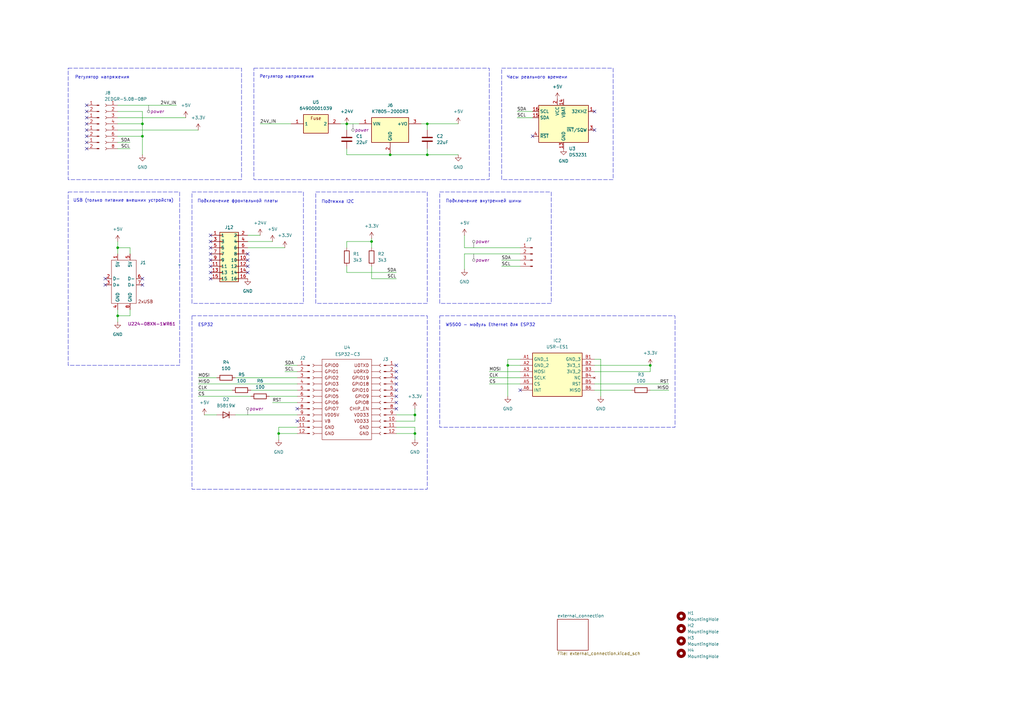
<source format=kicad_sch>
(kicad_sch (version 20231120) (generator "eeschema") (generator_version "8.0")
  (paper "A3")
  (lib_symbols
    (symbol "Mechanical:MountingHole" (pin_names (offset 1.016)) (exclude_from_sim yes) (in_bom no)
      (property "Reference" "H" (at 0 5.08 0))
      (property "Value" "MountingHole" (at 0 3.175 0))
    )
    (symbol "NextPCB:DS3231"
      (property "Reference" "U" (at -7.62 8.89 0))
      (property "Value" "DS3231" (at 10.16 8.89 0))
      (symbol "DS3231_1_1"
        (pin open_collector line (at 12.7 5.08 180) (length 2.54) (name "32KHZ") (number "1"))
        (pin passive line (at 0 -10.16 90) (length 2.54) hide (name "GND") (number "10"))
        (pin passive line (at 0 -10.16 90) (length 2.54) hide (name "GND") (number "11"))
        (pin passive line (at 0 -10.16 90) (length 2.54) hide (name "GND") (number "12"))
        (pin power_in line (at 0 -10.16 90) (length 2.54) (name "GND") (number "13"))
        (pin power_in line (at 0 10.16 270) (length 2.54) (name "VBAT") (number "14"))
        (pin bidirectional line (at -12.7 2.54 0) (length 2.54) (name "SDA") (number "15"))
        (pin input line (at -12.7 5.08 0) (length 2.54) (name "SCL") (number "16"))
        (pin power_in line (at -2.54 10.16 270) (length 2.54) (name "VCC") (number "2"))
        (pin open_collector line (at 12.7 -2.54 180) (length 2.54) (name "~{INT}/SQW") (number "3"))
        (pin bidirectional line (at -12.7 -5.08 0) (length 2.54) (name "~{RST}") (number "4"))
        (pin passive line (at 0 -10.16 90) (length 2.54) hide (name "GND") (number "5"))
        (pin passive line (at 0 -10.16 90) (length 2.54) hide (name "GND") (number "6"))
        (pin passive line (at 0 -10.16 90) (length 2.54) hide (name "GND") (number "7"))
        (pin passive line (at 0 -10.16 90) (length 2.54) hide (name "GND") (number "8"))
        (pin passive line (at 0 -10.16 90) (length 2.54) hide (name "GND") (number "9"))
      )
    )
    (symbol "NextPCB:Weact_Esp32-C3"
      (property "Reference" "U" (at 0 0 0))
      (property "Value" "ESP32-C3" (at 0 0 0))
      (symbol "Weact_Esp32-C3_1_1"
        (text "CHIP_EN" (at 9.144 -22.86 0) (effects (font (size 1.27 1.27)) (justify right)))
        (text "GND" (at -9.144 -33.02 0) (effects (font (size 1.27 1.27)) (justify left)))
        (text "GND" (at -9.144 -30.48 0) (effects (font (size 1.27 1.27)) (justify left)))
        (text "GND" (at 9.144 -33.02 0) (effects (font (size 1.27 1.27)) (justify right)))
        (text "GND" (at 9.144 -30.48 0) (effects (font (size 1.27 1.27)) (justify right)))
        (text "GPIO0" (at -9.144 -5.08 0) (effects (font (size 1.27 1.27)) (justify left)))
        (text "GPIO1" (at -9.144 -7.62 0) (effects (font (size 1.27 1.27)) (justify left)))
        (text "GPIO10" (at 9.144 -15.24 0) (effects (font (size 1.27 1.27)) (justify right)))
        (text "GPIO18" (at 9.144 -12.7 0) (effects (font (size 1.27 1.27)) (justify right)))
        (text "GPIO19" (at 9.144 -10.16 0) (effects (font (size 1.27 1.27)) (justify right)))
        (text "GPIO2" (at -9.144 -10.16 0) (effects (font (size 1.27 1.27)) (justify left)))
        (text "GPIO3" (at -9.144 -12.7 0) (effects (font (size 1.27 1.27)) (justify left)))
        (text "GPIO4" (at -9.144 -15.24 0) (effects (font (size 1.27 1.27)) (justify left)))
        (text "GPIO5" (at -9.144 -17.78 0) (effects (font (size 1.27 1.27)) (justify left)))
        (text "GPIO6" (at -9.144 -20.32 0) (effects (font (size 1.27 1.27)) (justify left)))
        (text "GPIO7" (at -9.144 -22.86 0) (effects (font (size 1.27 1.27)) (justify left)))
        (text "GPIO8" (at 9.144 -20.32 0) (effects (font (size 1.27 1.27)) (justify right)))
        (text "GPIO9" (at 9.144 -17.78 0) (effects (font (size 1.27 1.27)) (justify right)))
        (text "U0RXD" (at 9.144 -7.62 0) (effects (font (size 1.27 1.27)) (justify right)))
        (text "U0TXD" (at 9.144 -5.08 0) (effects (font (size 1.27 1.27)) (justify right)))
        (text "VB" (at -9.144 -27.94 0) (effects (font (size 1.27 1.27)) (justify left)))
        (text "VDD33" (at 9.144 -27.94 0) (effects (font (size 1.27 1.27)) (justify right)))
        (text "VDD33" (at 9.144 -25.4 0) (effects (font (size 1.27 1.27)) (justify right)))
        (text "VDD5V" (at -9.144 -25.4 0) (effects (font (size 1.27 1.27)) (justify left)))
      )
    )
    (symbol "kicad_inventree_lib:B5819W" (pin_numbers hide) (pin_names (offset 1.016) hide)
      (property "Reference" "D" (at 0 2.54 0))
      (property "Value" "B5819W" (at 0 -2.54 0))
      (property "part_ipn" "B5819W" (at 0 0 0))
      (symbol "B5819W_1_1"
        (pin passive line (at -3.81 0 0) (length 2.54) (name "K") (number "1"))
        (pin passive line (at 3.81 0 180) (length 2.54) (name "A") (number "2"))
      )
    )
    (symbol "kicad_inventree_lib:C_22uF_50V_2220" (pin_numbers hide) (pin_names (offset 0.254))
      (property "Reference" "C" (at 0.635 2.54 0))
      (property "Value" "22uF" (at 0.635 -2.54 0))
      (symbol "C_22uF_50V_2220_1_1"
        (pin passive line (at 0 3.81 270) (length 2.794) (name "~") (number "1"))
        (pin passive line (at 0 -3.81 90) (length 2.794) (name "~") (number "2"))
      )
    )
    (symbol "kicad_inventree_lib:Degson_2EDGK-5.08-02P" (pin_names (offset 1.016) hide) (on_board no)
      (property "Reference" "J" (at 0 2.54 0))
      (property "Value" "2EDGK-5.08-02P" (at 0 -5.08 0))
      (symbol "Degson_2EDGK-5.08-02P_1_1"
        (pin passive line (at 0 0 180) (length 3.81) (name "Pin_1") (number "1"))
        (pin passive line (at 0 -2.54 180) (length 3.81) (name "Pin_2") (number "2"))
      )
    )
    (symbol "kicad_inventree_lib:Degson_2EDGR-5.08-08P" (pin_names (offset 1.016) hide)
      (property "Reference" "J" (at 0 5.588 0))
      (property "Value" "2EDGR-5.08-08P" (at 0.254 3.048 0))
      (symbol "Degson_2EDGR-5.08-08P_1_1"
        (pin passive line (at -2.54 0 0) (length 3.81) (name "Pin_1") (number "1"))
        (pin passive line (at -2.54 -2.54 0) (length 3.81) (name "Pin_2") (number "2"))
        (pin passive line (at -2.54 -5.08 0) (length 3.81) (name "Pin_3") (number "3"))
        (pin passive line (at -2.54 -7.62 0) (length 3.81) (name "Pin_4") (number "4"))
        (pin passive line (at -2.54 -10.16 0) (length 3.81) (name "Pin_5") (number "5"))
        (pin passive line (at -2.54 -12.7 0) (length 3.81) (name "Pin_6") (number "6"))
        (pin passive line (at -2.54 -15.24 0) (length 3.81) (name "Pin_7") (number "7"))
        (pin passive line (at -2.54 -17.78 0) (length 3.81) (name "Pin_8") (number "8"))
      )
    )
    (symbol "kicad_inventree_lib:Fuseholder"
      (property "Reference" "U" (at -0.762 5.588 0))
      (property "Value" "64900001039" (at -6.35 3.302 0))
      (symbol "Fuseholder_1_1"
        (text "Fuse" (at 0 -1.524 0) (effects (font (size 1.27 1.27))))
        (pin passive line (at -10.16 -3.81 0) (length 5.08) (name "1") (number "1"))
        (pin passive line (at 10.16 -3.81 180) (length 5.08) (name "2") (number "2"))
      )
    )
    (symbol "kicad_inventree_lib:K7805-2000R3"
      (property "Reference" "J" (at -0.762 6.35 0))
      (property "Value" "K7805-2000R3" (at -7.112 3.556 0))
      (symbol "K7805-2000R3_1_1"
        (pin passive line (at -12.7 -2.54 0) (length 5.08) (name "VIN") (number "1"))
        (pin passive line (at 0 -15.24 90) (length 5.08) (name "GND") (number "2"))
        (pin passive line (at 12.7 -2.54 180) (length 5.08) (name "+VO") (number "3"))
      )
    )
    (symbol "kicad_inventree_lib:PM-front-02x08"
      (property "Reference" "J" (at 0 0 0))
      (symbol "PM-front-02x08_1_1"
        (pin passive line (at -7.62 -5.08 0) (length 3.81) (name "1") (number "1"))
        (pin passive line (at 7.62 -15.24 180) (length 3.81) (name "10") (number "10"))
        (pin passive line (at -7.62 -17.78 0) (length 3.81) (name "11") (number "11"))
        (pin passive line (at 7.62 -17.78 180) (length 3.81) (name "12") (number "12"))
        (pin passive line (at -7.62 -20.32 0) (length 3.81) (name "13") (number "13"))
        (pin passive line (at 7.62 -20.32 180) (length 3.81) (name "14") (number "14"))
        (pin passive line (at -7.62 -22.86 0) (length 3.81) (name "15") (number "15"))
        (pin passive line (at 7.62 -22.86 180) (length 3.81) (name "16") (number "16"))
        (pin passive line (at 7.62 -5.08 180) (length 3.81) (name "2") (number "2"))
        (pin passive line (at -7.62 -7.62 0) (length 3.81) (name "3") (number "3"))
        (pin passive line (at 7.62 -7.62 180) (length 3.81) (name "4") (number "4"))
        (pin passive line (at -7.62 -10.16 0) (length 3.81) (name "5") (number "5"))
        (pin passive line (at 7.62 -10.16 180) (length 3.81) (name "6") (number "6"))
        (pin passive line (at -7.62 -12.7 0) (length 3.81) (name "7") (number "7"))
        (pin passive line (at 7.62 -12.7 180) (length 3.81) (name "8") (number "8"))
        (pin passive line (at -7.62 -15.24 0) (length 3.81) (name "9") (number "9"))
      )
    )
    (symbol "kicad_inventree_lib:PinHeader P2.54 01x04 THT Angle" (pin_names (offset 1.016) hide)
      (property "Reference" "J" (at 0 5.08 0))
      (property "Value" "Conn_01x04_Pin" (at 0 -7.62 0))
      (symbol "PinHeader P2.54 01x04 THT Angle_1_1"
        (pin passive line (at 5.08 2.54 180) (length 3.81) (name "Pin_1") (number "1"))
        (pin passive line (at 5.08 0 180) (length 3.81) (name "Pin_2") (number "2"))
        (pin passive line (at 5.08 -2.54 180) (length 3.81) (name "Pin_3") (number "3"))
        (pin passive line (at 5.08 -5.08 180) (length 3.81) (name "Pin_4") (number "4"))
      )
    )
    (symbol "kicad_inventree_lib:PinHeader P2.54 01x12 THT Straight" (pin_names (offset 1.016) hide)
      (property "Reference" "J" (at 0 15.24 0))
      (property "Value" "PinHeader P2.54 01x12 THT Straight" (at 0 -17.78 0))
      (symbol "PinHeader P2.54 01x12 THT Straight_1_1"
        (pin passive line (at 5.08 12.7 180) (length 3.81) (name "Pin_1") (number "1"))
        (pin passive line (at 5.08 -10.16 180) (length 3.81) (name "Pin_10") (number "10"))
        (pin passive line (at 5.08 -12.7 180) (length 3.81) (name "Pin_11") (number "11"))
        (pin passive line (at 5.08 -15.24 180) (length 3.81) (name "Pin_12") (number "12"))
        (pin passive line (at 5.08 10.16 180) (length 3.81) (name "Pin_2") (number "2"))
        (pin passive line (at 5.08 7.62 180) (length 3.81) (name "Pin_3") (number "3"))
        (pin passive line (at 5.08 5.08 180) (length 3.81) (name "Pin_4") (number "4"))
        (pin passive line (at 5.08 2.54 180) (length 3.81) (name "Pin_5") (number "5"))
        (pin passive line (at 5.08 0 180) (length 3.81) (name "Pin_6") (number "6"))
        (pin passive line (at 5.08 -2.54 180) (length 3.81) (name "Pin_7") (number "7"))
        (pin passive line (at 5.08 -5.08 180) (length 3.81) (name "Pin_8") (number "8"))
        (pin passive line (at 5.08 -7.62 180) (length 3.81) (name "Pin_9") (number "9"))
      )
    )
    (symbol "kicad_inventree_lib:R_100_1206_1%" (pin_numbers hide) (pin_names (offset 0))
      (property "Reference" "R" (at 2.032 0 90))
      (property "Value" "100" (at 0 0 90))
      (symbol "R_100_1206_1%_1_1"
        (pin passive line (at 0 3.81 270) (length 1.27) (name "~") (number "1"))
        (pin passive line (at 0 -3.81 90) (length 1.27) (name "~") (number "2"))
      )
    )
    (symbol "kicad_inventree_lib:R_3k3_1206_1%" (pin_numbers hide) (pin_names (offset 0))
      (property "Reference" "R" (at 2.032 0 90))
      (property "Value" "3k3" (at 0 0 90))
      (symbol "R_3k3_1206_1%_1_1"
        (pin passive line (at 0 3.81 270) (length 1.27) (name "~") (number "1"))
        (pin passive line (at 0 -3.81 90) (length 1.27) (name "~") (number "2"))
      )
    )
    (symbol "kicad_inventree_lib:USR-ES1"
      (property "Reference" "IC" (at 26.67 7.62 0))
      (property "Value" "USR-ES1" (at 26.67 5.08 0))
      (property "part_ipn" "USR-ES1" (at 0 0 0))
      (symbol "USR-ES1_1_1"
        (pin passive line (at 0 0 0) (length 5.08) (name "GND_1") (number "A1"))
        (pin passive line (at 0 -2.54 0) (length 5.08) (name "GND_2") (number "A2"))
        (pin passive line (at 0 -5.08 0) (length 5.08) (name "MOSI") (number "A3"))
        (pin passive line (at 0 -7.62 0) (length 5.08) (name "SCLK") (number "A4"))
        (pin passive line (at 0 -10.16 0) (length 5.08) (name "CS") (number "A5"))
        (pin passive line (at 0 -12.7 0) (length 5.08) (name "INT") (number "A6"))
        (pin passive line (at 30.48 0 180) (length 5.08) (name "GND_3") (number "B1"))
        (pin passive line (at 30.48 -2.54 180) (length 5.08) (name "3V3_1") (number "B2"))
        (pin passive line (at 30.48 -5.08 180) (length 5.08) (name "3V3_2") (number "B3"))
        (pin no_connect line (at 30.48 -7.62 180) (length 5.08) (name "NC") (number "B4"))
        (pin passive line (at 30.48 -10.16 180) (length 5.08) (name "RST") (number "B5"))
        (pin passive line (at 30.48 -12.7 180) (length 5.08) (name "MISO") (number "B6"))
      )
    )
    (symbol "kicad_inventree_lib:XKB_U224-08XN-1WR61"
      (property "Reference" "J" (at 6.858 -8.382 0))
      (property "part_ipn" "U224-08XN-1WR61" (at 0 0 0))
      (symbol "XKB_U224-08XN-1WR61_1_1"
        (text "2xUSB" (at 8.89 -24.638 0) (effects (font (size 1.27 1.27))))
        (pin input line (at -2.54 -5.08 270) (length 2.54) (name "5V") (number "1"))
        (pin input line (at -7.62 -15.24 0) (length 2.54) (name "D-") (number "2"))
        (pin input line (at -7.62 -17.78 0) (length 2.54) (name "D+") (number "3"))
        (pin input line (at -2.54 -27.94 90) (length 2.54) (name "GND") (number "4"))
        (pin input line (at 2.54 -5.08 270) (length 2.54) (name "5V") (number "5"))
        (pin input line (at 7.62 -15.24 180) (length 2.54) (name "D-") (number "6"))
        (pin input line (at 7.62 -17.78 180) (length 2.54) (name "D+") (number "7"))
        (pin input line (at 2.54 -27.94 90) (length 2.54) (name "GND") (number "8"))
      )
    )
    (symbol "power:+24V" (power) (pin_numbers hide) (pin_names (offset 0) hide)
      (property "Value" "+24V" (at 0 3.556 0))
      (symbol "+24V_1_1"
        (pin power_in line (at 0 0 90) (length 0) (name "~") (number "1"))
      )
    )
    (symbol "power:+3.3V" (power) (pin_numbers hide) (pin_names (offset 0) hide)
      (property "Value" "+3.3V" (at 0 3.556 0))
      (symbol "+3.3V_1_1"
        (pin power_in line (at 0 0 90) (length 0) (name "~") (number "1"))
      )
    )
    (symbol "power:+5V" (power) (pin_numbers hide) (pin_names (offset 0) hide)
      (property "Value" "+5V" (at 0 3.556 0))
      (symbol "+5V_1_1"
        (pin power_in line (at 0 0 90) (length 0) (name "~") (number "1"))
      )
    )
    (symbol "power:GND" (power) (pin_numbers hide) (pin_names (offset 0) hide)
      (property "Value" "GND" (at 0 -3.81 0))
      (symbol "GND_1_1"
        (pin power_in line (at 0 0 270) (length 0) (name "~") (number "1"))
      )
    )
  )
  (junction (at 170.18 170.18))
  (junction (at 266.7 149.86))
  (junction (at 48.26 101.6))
  (junction (at 208.28 149.86))
  (junction (at 58.42 50.8))
  (junction (at 170.18 177.8))
  (junction (at 142.24 50.8))
  (junction (at 175.26 63.5))
  (junction (at 114.3 177.8))
  (junction (at 48.26 129.54))
  (junction (at 160.02 63.5))
  (junction (at 152.4 99.06))
  (junction (at 175.26 50.8))
  (junction (at 58.42 55.88))
  (no_connect (at 121.92 167.64))
  (no_connect (at 86.36 106.68))
  (no_connect (at 35.56 55.88))
  (no_connect (at 86.36 111.76))
  (no_connect (at 121.92 172.72))
  (no_connect (at 243.84 45.72))
  (no_connect (at 86.36 96.52))
  (no_connect (at 162.56 149.86))
  (no_connect (at 35.56 43.18))
  (no_connect (at 162.56 152.4))
  (no_connect (at 101.6 111.76))
  (no_connect (at 58.42 116.84))
  (no_connect (at 43.18 114.3))
  (no_connect (at 35.56 48.26))
  (no_connect (at 35.56 50.8))
  (no_connect (at 162.56 160.02))
  (no_connect (at 243.84 53.34))
  (no_connect (at 218.44 55.88))
  (no_connect (at 86.36 99.06))
  (no_connect (at 101.6 109.22))
  (no_connect (at 86.36 104.14))
  (no_connect (at 162.56 157.48))
  (no_connect (at 101.6 106.68))
  (no_connect (at 162.56 167.64))
  (no_connect (at 35.56 53.34))
  (no_connect (at 101.6 104.14))
  (no_connect (at 162.56 154.94))
  (no_connect (at 35.56 45.72))
  (no_connect (at 162.56 162.56))
  (no_connect (at 86.36 114.3))
  (no_connect (at 58.42 114.3))
  (no_connect (at 86.36 101.6))
  (no_connect (at 43.18 116.84))
  (no_connect (at 162.56 165.1))
  (no_connect (at 86.36 109.22))
  (no_connect (at 35.56 58.42))
  (no_connect (at 213.36 160.02))
  (no_connect (at 35.56 60.96))
  (wire (pts (xy 81.28 154.94) (xy 88.9 154.94)))
  (wire (pts (xy 121.92 165.1) (xy 111.76 165.1)))
  (wire (pts (xy 114.3 177.8) (xy 121.92 177.8)))
  (wire (pts (xy 200.66 157.48) (xy 213.36 157.48)))
  (wire (pts (xy 53.34 129.54) (xy 48.26 129.54)))
  (wire (pts (xy 190.5 101.6) (xy 190.5 96.52)))
  (wire (pts (xy 266.7 152.4) (xy 266.7 149.86)))
  (wire (pts (xy 266.7 160.02) (xy 274.32 160.02)))
  (wire (pts (xy 175.26 60.96) (xy 175.26 63.5)))
  (wire (pts (xy 101.6 96.52) (xy 106.68 96.52)))
  (wire (pts (xy 208.28 149.86) (xy 208.28 147.32)))
  (wire (pts (xy 121.92 170.18) (xy 96.52 170.18)))
  (wire (pts (xy 208.28 147.32) (xy 213.36 147.32)))
  (wire (pts (xy 243.84 147.32) (xy 246.38 147.32)))
  (wire (pts (xy 58.42 50.8) (xy 58.42 55.88)))
  (wire (pts (xy 96.52 154.94) (xy 121.92 154.94)))
  (wire (pts (xy 160.02 63.5) (xy 175.26 63.5)))
  (wire (pts (xy 243.84 160.02) (xy 259.08 160.02)))
  (wire (pts (xy 162.56 170.18) (xy 170.18 170.18)))
  (wire (pts (xy 81.28 157.48) (xy 121.92 157.48)))
  (wire (pts (xy 58.42 45.72) (xy 58.42 50.8)))
  (wire (pts (xy 114.3 177.8) (xy 114.3 180.34)))
  (wire (pts (xy 152.4 114.3) (xy 162.56 114.3)))
  (wire (pts (xy 121.92 175.26) (xy 114.3 175.26)))
  (wire (pts (xy 175.26 50.8) (xy 175.26 53.34)))
  (wire (pts (xy 243.84 152.4) (xy 266.7 152.4)))
  (wire (pts (xy 48.26 58.42) (xy 53.34 58.42)))
  (wire (pts (xy 102.87 160.02) (xy 121.92 160.02)))
  (wire (pts (xy 142.24 99.06) (xy 142.24 101.6)))
  (wire (pts (xy 101.6 99.06) (xy 111.76 99.06)))
  (wire (pts (xy 200.66 154.94) (xy 213.36 154.94)))
  (wire (pts (xy 243.84 157.48) (xy 274.32 157.48)))
  (wire (pts (xy 170.18 175.26) (xy 170.18 177.8)))
  (wire (pts (xy 190.5 101.6) (xy 213.36 101.6)))
  (wire (pts (xy 190.5 104.14) (xy 213.36 104.14)))
  (wire (pts (xy 48.26 53.34) (xy 81.28 53.34)))
  (wire (pts (xy 205.74 106.68) (xy 213.36 106.68)))
  (wire (pts (xy 208.28 149.86) (xy 213.36 149.86)))
  (wire (pts (xy 116.84 152.4) (xy 121.92 152.4)))
  (wire (pts (xy 200.66 152.4) (xy 213.36 152.4)))
  (wire (pts (xy 48.26 99.06) (xy 48.26 101.6)))
  (wire (pts (xy 48.26 43.18) (xy 72.39 43.18)))
  (wire (pts (xy 116.84 149.86) (xy 121.92 149.86)))
  (wire (pts (xy 170.18 177.8) (xy 170.18 180.34)))
  (wire (pts (xy 48.26 55.88) (xy 58.42 55.88)))
  (wire (pts (xy 142.24 111.76) (xy 162.56 111.76)))
  (wire (pts (xy 142.24 109.22) (xy 142.24 111.76)))
  (wire (pts (xy 170.18 170.18) (xy 170.18 167.64)))
  (wire (pts (xy 53.34 127) (xy 53.34 129.54)))
  (wire (pts (xy 243.84 149.86) (xy 266.7 149.86)))
  (wire (pts (xy 48.26 101.6) (xy 53.34 101.6)))
  (wire (pts (xy 48.26 101.6) (xy 48.26 104.14)))
  (wire (pts (xy 212.09 45.72) (xy 218.44 45.72)))
  (wire (pts (xy 48.26 45.72) (xy 58.42 45.72)))
  (wire (pts (xy 81.28 160.02) (xy 95.25 160.02)))
  (wire (pts (xy 142.24 63.5) (xy 142.24 60.96)))
  (wire (pts (xy 152.4 99.06) (xy 152.4 101.6)))
  (wire (pts (xy 142.24 99.06) (xy 152.4 99.06)))
  (wire (pts (xy 106.68 50.8) (xy 119.38 50.8)))
  (wire (pts (xy 48.26 48.26) (xy 76.2 48.26)))
  (wire (pts (xy 175.26 50.8) (xy 187.96 50.8)))
  (wire (pts (xy 114.3 175.26) (xy 114.3 177.8)))
  (wire (pts (xy 175.26 63.5) (xy 187.96 63.5)))
  (wire (pts (xy 190.5 104.14) (xy 190.5 110.49)))
  (wire (pts (xy 152.4 109.22) (xy 152.4 114.3)))
  (wire (pts (xy 172.72 50.8) (xy 175.26 50.8)))
  (wire (pts (xy 142.24 63.5) (xy 160.02 63.5)))
  (wire (pts (xy 162.56 172.72) (xy 170.18 172.72)))
  (wire (pts (xy 53.34 101.6) (xy 53.34 104.14)))
  (wire (pts (xy 139.7 50.8) (xy 142.24 50.8)))
  (wire (pts (xy 110.49 162.56) (xy 121.92 162.56)))
  (wire (pts (xy 205.74 109.22) (xy 213.36 109.22)))
  (wire (pts (xy 58.42 55.88) (xy 58.42 63.5)))
  (wire (pts (xy 48.26 129.54) (xy 48.26 132.08)))
  (wire (pts (xy 48.26 127) (xy 48.26 129.54)))
  (wire (pts (xy 162.56 175.26) (xy 170.18 175.26)))
  (wire (pts (xy 212.09 48.26) (xy 218.44 48.26)))
  (wire (pts (xy 142.24 50.8) (xy 147.32 50.8)))
  (wire (pts (xy 170.18 172.72) (xy 170.18 170.18)))
  (wire (pts (xy 58.42 50.8) (xy 48.26 50.8)))
  (wire (pts (xy 48.26 60.96) (xy 53.34 60.96)))
  (wire (pts (xy 208.28 162.56) (xy 208.28 149.86)))
  (wire (pts (xy 88.9 170.18) (xy 83.82 170.18)))
  (wire (pts (xy 101.6 101.6) (xy 116.84 101.6)))
  (wire (pts (xy 142.24 50.8) (xy 142.24 53.34)))
  (wire (pts (xy 162.56 177.8) (xy 170.18 177.8)))
  (wire (pts (xy 246.38 147.32) (xy 246.38 162.56)))
  (wire (pts (xy 152.4 97.79) (xy 152.4 99.06)))
  (wire (pts (xy 81.28 162.56) (xy 102.87 162.56)))
  (rectangle (start 205.74 27.94) (end 251.46 73.66) (stroke (width 0) (type dash)))
  (rectangle (start 129.54 78.74) (end 175.26 124.46) (stroke (width 0) (type dash)))
  (rectangle (start 180.34 129.54) (end 276.86 175.26) (stroke (width 0) (type dash)))
  (rectangle (start 104.14 27.94) (end 200.66 73.66) (stroke (width 0) (type dash)))
  (rectangle (start 180.34 78.74) (end 226.06 124.46) (stroke (width 0) (type dash)))
  (rectangle (start 78.74 129.54) (end 175.26 200.66) (stroke (width 0) (type dash)))
  (rectangle (start 27.94 27.94) (end 99.06 73.66) (stroke (width 0) (type dash)))
  (rectangle (start 27.94 78.74) (end 73.66 149.86) (stroke (width 0) (type dash)))
  (rectangle (start 78.74 78.74) (end 124.46 124.46) (stroke (width 0) (type dash)))
  (text "Регулятор напряжения" (at 106.426 31.496 0) (effects (font (size 1.27 1.27)) (justify left)))
  (text "W5500 - модуль Ethernet для ESP32" (at 201.168 133.35 0) (effects (font (size 1.27 1.27))))
  (text "Подключение фронтальной платы" (at 97.536 82.55 0) (effects (font (size 1.27 1.27))))
  (text "Часы реального времени" (at 207.772 31.75 0) (effects (font (size 1.27 1.27)) (justify left)))
  (text "Регулятор напряжения" (at 30.734 31.75 0) (effects (font (size 1.27 1.27)) (justify left)))
  (text "ESP32" (at 84.328 133.35 0) (effects (font (size 1.27 1.27))))
  (text "Подтяжка I2C" (at 131.826 82.804 0) (effects (font (size 1.27 1.27)) (justify left)))
  (text "Подключение внутренней шины" (at 198.374 82.55 0) (effects (font (size 1.27 1.27))))
  (text "USB (только питание внешних устройств)" (at 29.972 82.296 0) (effects (font (size 1.27 1.27)) (justify left)))
  (label "CS" (at 81.28 162.56 0))
  (label "SCL" (at 116.84 152.4 0))
  (label "MISO" (at 81.28 157.48 0))
  (label "MISO" (at 274.32 160.02 180))
  (label "RST" (at 274.32 157.48 180))
  (label "MOSI" (at 81.28 154.94 0))
  (label "24V_IN" (at 106.68 50.8 0))
  (label "SDA" (at 212.09 45.72 0))
  (label "RST" (at 111.76 165.1 0))
  (label "SCL" (at 53.34 60.96 180))
  (label "SCL" (at 162.56 114.3 180))
  (label "SDA" (at 205.74 106.68 0))
  (label "SDA" (at 116.84 149.86 0))
  (label "CLK" (at 81.28 160.02 0))
  (label "CS" (at 200.66 157.48 0))
  (label "SDA" (at 53.34 58.42 180))
  (label "MOSI" (at 200.66 152.4 0))
  (label "24V_IN" (at 72.39 43.18 180))
  (label "SDA" (at 162.56 111.76 180))
  (label "SCL" (at 205.74 109.22 0))
  (label "CLK" (at 200.66 154.94 0))
  (label "SCL" (at 212.09 48.26 0))
  (netclass_flag "" (length 2.54) (shape round) (at 194.31 101.6 0) (property "Netclass" "power" (at 195.0085 99.06 0) (effects (font (italic yes)) (justify left))))
  (netclass_flag "" (length 2.54) (shape round) (at 144.78 50.8 180) (property "Netclass" "power" (at 145.4785 53.34 0) (effects (font (italic yes)) (justify left))))
  (netclass_flag "" (length 2.54) (shape round) (at 194.31 104.14 180) (property "Netclass" "power" (at 195.0085 106.68 0) (effects (font (italic yes)) (justify left))))
  (netclass_flag "" (length 2.54) (shape round) (at 60.96 43.18 180) (property "Netclass" "power" (at 61.6585 45.72 0) (effects (font (italic yes)) (justify left))))
  (netclass_flag "" (length 2.54) (shape round) (at 101.6 170.18 0) (property "Netclass" "power" (at 102.2985 167.64 0) (effects (font (italic yes)) (justify left))))
  (symbol (lib_id "power:+3.3V") (at 81.28 53.34 0) (unit 1)
    (property "Reference" "#PWR014" (effects (hide yes)))
    (property "Value" "+3.3V" (at 81.28 48.26 0))
    (property "Description" "Power symbol creates a global label with name \"+3.3V\"" (effects (hide yes)))
  )
  (symbol (lib_id "kicad_inventree_lib:Degson_2EDGK-5.08-02P") (at 35.56 58.42 0) (mirror y) (unit 1) (on_board no)
    (property "Reference" "J11" (effects (hide yes)))
    (property "Value" "2EDGK-5.08-02P" (effects (hide yes)))
    (property "Datasheet" "http://inventree.network/part/18/" (effects (hide yes)))
    (property "Description" "Generic connector, single row, 01x02, script generated" (effects (hide yes)))
    (property "NextPCB_url" "https://www.hqonline.com/product-detail/max-maixu--mx2edgk-5-08-02p-gn01-cu-y-a-1027943030" (effects (hide yes)))
    (property "NextPCB_price" "0.11828" (effects (hide yes)))
    (property "part_ipn" "2EDGK-5.08-02P" (effects (hide yes)))
  )
  (symbol (lib_id "kicad_inventree_lib:R_3k3_1206_1%") (at 152.4 105.41 0) (unit 1)
    (property "Reference" "R2" (at 154.94 104.1399 0) (effects (justify left)))
    (property "Value" "3k3" (at 154.94 106.6799 0) (effects (justify left)))
    (property "Footprint" "Resistor_SMD:R_1206_3216Metric_Pad1.30x1.75mm_HandSolder" (effects (hide yes)))
    (property "Datasheet" "http://inventree.network/part/4/" (effects (hide yes)))
    (property "Description" "Resistor" (effects (hide yes)))
    (property "NextPCB_price" "0.00169" (effects (hide yes)))
    (property "NextPCB_url" "https://www.hqonline.com/product-detail/chip-resistors-fojan-frc1206f3301ts-2500354421" (effects (hide yes)))
    (property "part_ipn" "R_3k3_1206_1%" (effects (hide yes)))
  )
  (symbol (lib_id "kicad_inventree_lib:Degson_2EDGK-5.08-02P") (at 35.56 48.26 0) (mirror y) (unit 1) (on_board no)
    (property "Reference" "J9" (effects (hide yes)))
    (property "Value" "2EDGK-5.08-02P" (effects (hide yes)))
    (property "Datasheet" "http://inventree.network/part/18/" (effects (hide yes)))
    (property "Description" "Generic connector, single row, 01x02, script generated" (effects (hide yes)))
    (property "NextPCB_url" "https://www.hqonline.com/product-detail/max-maixu--mx2edgk-5-08-02p-gn01-cu-y-a-1027943030" (effects (hide yes)))
    (property "NextPCB_price" "0.11828" (effects (hide yes)))
    (property "part_ipn" "2EDGK-5.08-02P" (effects (hide yes)))
  )
  (symbol (lib_id "kicad_inventree_lib:PinHeader P2.54 01x12 THT Straight") (at 157.48 162.56 0) (unit 1)
    (property "Reference" "J3" (at 158.115 147.32 0))
    (property "Value" "PinHeader P2.54 01x12 THT Straight" (effects (hide yes)))
    (property "Footprint" "Connector_PinHeader_2.54mm:PinHeader_1x12_P2.54mm_Vertical" (effects (hide yes)))
    (property "Datasheet" "http://inventree.network/part/31/" (effects (hide yes)))
    (property "Description" "Generic connector, single row, 01x12, script generated" (effects (hide yes)))
    (property "NextPCB_price" "0.32886" (effects (hide yes)))
    (property "NextPCB_url" "https://www.hqonline.com/product-detail/pin-headers-boomele-2-54-1-40pyuanzhen-2500377919" (effects (hide yes)))
    (property "part_ipn" "PinHeader P2.54 01x12 THT Straight" (effects (hide yes)))
  )
  (symbol (lib_id "kicad_inventree_lib:C_22uF_50V_2220") (at 142.24 57.15 0) (unit 1)
    (property "Reference" "C1" (at 146.05 55.8799 0) (effects (justify left)))
    (property "Value" "22uF" (at 146.05 58.4199 0) (effects (justify left)))
    (property "Footprint" "kicad_inventree_lib:C_2220_5750Metric_Pad1.97x5.40mm_HandSolder" (effects (hide yes)))
    (property "Datasheet" "http://inventree.network/part/99/" (effects (hide yes)))
    (property "Description" "Unpolarized capacitor" (effects (hide yes)))
    (property "part_ipn" "C_22uF_50V_2220" (effects (hide yes)))
  )
  (symbol (lib_id "kicad_inventree_lib:XKB_U224-08XN-1WR61") (at 50.8 99.06 0) (unit 1)
    (property "Reference" "J1" (at 58.674 107.696 0))
    (property "Value" "~" (at 73.66 108.6165 0))
    (property "Footprint" "NextPCB:XKB_U224-08XN-1WR61" (effects (hide yes)))
    (property "Datasheet" "http://inventree.network/part/5/" (effects (hide yes)))
    (property "Description" "Ethernet expansion module" (effects (hide yes)))
    (property "NextPCB_price" "0.16498" (effects (hide yes)))
    (property "NextPCB_url" "https://www.hqonline.com/product-detail/xkb-connection-zhongguoxingkun--u224-081n-1wr61-1013876194" (effects (hide yes)))
    (property "part_ipn" "U224-08XN-1WR61" (at 62.23 132.842 0))
  )
  (symbol (lib_id "kicad_inventree_lib:C_22uF_50V_2220") (at 175.26 57.15 0) (unit 1)
    (property "Reference" "C2" (at 179.07 55.8799 0) (effects (justify left)))
    (property "Value" "22uF" (at 179.07 58.4199 0) (effects (justify left)))
    (property "Footprint" "kicad_inventree_lib:C_2220_5750Metric_Pad1.97x5.40mm_HandSolder" (effects (hide yes)))
    (property "Datasheet" "http://inventree.network/part/99/" (effects (hide yes)))
    (property "Description" "Unpolarized capacitor" (effects (hide yes)))
    (property "part_ipn" "C_22uF_50V_2220" (effects (hide yes)))
  )
  (symbol (lib_id "kicad_inventree_lib:PinHeader P2.54 01x12 THT Straight") (at 127 162.56 0) (mirror y) (unit 1)
    (property "Reference" "J2" (at 122.936 146.812 0) (effects (justify right)))
    (property "Value" "PinHeader P2.54 01x12 THT Straight" (effects (hide yes)))
    (property "Footprint" "Connector_PinHeader_2.54mm:PinHeader_1x12_P2.54mm_Vertical" (effects (hide yes)))
    (property "Datasheet" "http://inventree.network/part/31/" (effects (hide yes)))
    (property "Description" "Generic connector, single row, 01x12, script generated" (effects (hide yes)))
    (property "NextPCB_price" "0.32886" (effects (hide yes)))
    (property "NextPCB_url" "https://www.hqonline.com/product-detail/pin-headers-boomele-2-54-1-40pyuanzhen-2500377919" (effects (hide yes)))
    (property "part_ipn" "PinHeader P2.54 01x12 THT Straight" (effects (hide yes)))
  )
  (symbol (lib_id "kicad_inventree_lib:R_3k3_1206_1%") (at 142.24 105.41 0) (unit 1)
    (property "Reference" "R1" (at 144.78 104.1399 0) (effects (justify left)))
    (property "Value" "3k3" (at 144.78 106.6799 0) (effects (justify left)))
    (property "Footprint" "Resistor_SMD:R_1206_3216Metric_Pad1.30x1.75mm_HandSolder" (effects (hide yes)))
    (property "Datasheet" "http://inventree.network/part/4/" (effects (hide yes)))
    (property "Description" "Resistor" (effects (hide yes)))
    (property "NextPCB_price" "0.00169" (effects (hide yes)))
    (property "NextPCB_url" "https://www.hqonline.com/product-detail/chip-resistors-fojan-frc1206f3301ts-2500354421" (effects (hide yes)))
    (property "part_ipn" "R_3k3_1206_1%" (effects (hide yes)))
  )
  (symbol (lib_id "power:GND") (at 187.96 63.5 0) (unit 1)
    (property "Reference" "#PWR06" (effects (hide yes)))
    (property "Value" "GND" (at 187.96 68.58 0))
    (property "Description" "Power symbol creates a global label with name \"GND\" , ground" (effects (hide yes)))
  )
  (symbol (lib_id "power:GND") (at 114.3 180.34 0) (unit 1)
    (property "Reference" "#PWR01" (effects (hide yes)))
    (property "Value" "GND" (at 114.3 185.42 0))
    (property "Description" "Power symbol creates a global label with name \"GND\" , ground" (effects (hide yes)))
  )
  (symbol (lib_id "power:GND") (at 231.14 60.96 0) (unit 1)
    (property "Reference" "#PWR012" (effects (hide yes)))
    (property "Value" "GND" (at 231.14 66.04 0))
    (property "Description" "Power symbol creates a global label with name \"GND\" , ground" (effects (hide yes)))
  )
  (symbol (lib_id "Mechanical:MountingHole") (at 279.4 257.81 0) (unit 1) (exclude_from_sim yes) (in_bom no)
    (property "Reference" "H2" (at 281.94 256.5399 0) (effects (justify left)))
    (property "Value" "MountingHole" (at 281.94 259.0799 0) (effects (justify left)))
    (property "Footprint" "MountingHole:MountingHole_3.2mm_M3" (effects (hide yes)))
    (property "Description" "Mounting Hole without connection" (effects (hide yes)))
  )
  (symbol (lib_id "kicad_inventree_lib:B5819W") (at 92.71 170.18 180) (unit 1)
    (property "Reference" "D2" (at 92.71 163.83 0))
    (property "Value" "B5819W" (at 92.71 166.37 0))
    (property "Footprint" "Diode_SMD:D_SOD-123" (effects (hide yes)))
    (property "Datasheet" "http://inventree.network/part/6/" (effects (hide yes)))
    (property "Description" "Schottky diode" (effects (hide yes)))
    (property "Sim.Device" "D" (effects (hide yes)))
    (property "Sim.Pins" "1=K 2=A" (effects (hide yes)))
    (property "Manufacturer" "MDD" (effects (hide yes)))
    (property "NextPCB_price" "0.0107" (effects (hide yes)))
    (property "NextPCB_url" "https://www.hqonline.com/product-detail/schottky-diode-mdd-b5819w-2500218931" (effects (hide yes)))
    (property "part_ipn" "B5819W" (effects (hide yes)))
  )
  (symbol (lib_id "kicad_inventree_lib:PinHeader P2.54 01x04 THT Angle") (at 218.44 104.14 0) (mirror y) (unit 1)
    (property "Reference" "J7" (at 216.916 98.298 0))
    (property "Value" "Conn_01x04_Pin" (effects (hide yes)))
    (property "Footprint" "Connector_PinHeader_2.54mm:PinHeader_1x04_P2.54mm_Horizontal" (effects (hide yes)))
    (property "Datasheet" "http://inventree.network/part/9/" (effects (hide yes)))
    (property "Description" "Generic connector, single row, 01x04, script generated" (effects (hide yes)))
    (property "part_ipn" "PinHeader P2.54 01x04 THT Angle" (effects (hide yes)))
  )
  (symbol (lib_id "power:+24V") (at 106.68 96.52 0) (unit 1)
    (property "Reference" "#PWR027" (effects (hide yes)))
    (property "Value" "+24V" (at 106.68 91.44 0))
    (property "Description" "Power symbol creates a global label with name \"+24V\"" (effects (hide yes)))
  )
  (symbol (lib_id "kicad_inventree_lib:Fuseholder") (at 129.54 46.99 0) (unit 1)
    (property "Reference" "U5" (at 129.54 41.91 0))
    (property "Value" "64900001039" (at 129.54 44.45 0))
    (property "Footprint" "NextPCB:Fuseholder" (effects (hide yes)))
    (property "Datasheet" "http://inventree.network/part/23/" (effects (hide yes)))
    (property "Description" "5x20mm Fuseholder 6.3A 250V Littelfuse 6.3A PCB Mount Fuse Holder for 5 x 20mm Cartridge Fuse, 250 V" (effects (hide yes)))
    (property "Manufacturer_Name" "LITTELFUSE" (effects (hide yes)))
    (property "Manufacturer_Part_Number" "64900001039" (effects (hide yes)))
    (property "Mouser Part Number" "576-64900001039" (effects (hide yes)))
    (property "Mouser Price/Stock" "https://www.mouser.co.uk/ProductDetail/Littelfuse/64900001039?qs=hH%252BOa0VZEiArPloPoB86OA%3D%3D" (effects (hide yes)))
    (property "Arrow Part Number" "64900001039" (effects (hide yes)))
    (property "Arrow Price/Stock" "https://www.arrow.com/en/products/64900001039/littelfuse?region=nac" (effects (hide yes)))
    (property "NextPCB_url" "https://www.hqonline.com/product-detail/fuse-holders---clips---boxes-littelfuse-64900001039-1005256123" (effects (hide yes)))
    (property "NextPCB_price" "0.13489" (effects (hide yes)))
    (property "part_ipn" "64900001039" (effects (hide yes)))
  )
  (symbol (lib_id "kicad_inventree_lib:Degson_2EDGK-5.08-02P") (at 35.56 43.18 0) (mirror y) (unit 1) (on_board no)
    (property "Reference" "J4" (effects (hide yes)))
    (property "Value" "2EDGK-5.08-02P" (effects (hide yes)))
    (property "Datasheet" "http://inventree.network/part/18/" (effects (hide yes)))
    (property "Description" "Generic connector, single row, 01x02, script generated" (effects (hide yes)))
    (property "NextPCB_url" "https://www.hqonline.com/product-detail/max-maixu--mx2edgk-5-08-02p-gn01-cu-y-a-1027943030" (effects (hide yes)))
    (property "NextPCB_price" "0.11828" (effects (hide yes)))
    (property "part_ipn" "2EDGK-5.08-02P" (effects (hide yes)))
  )
  (symbol (lib_id "kicad_inventree_lib:Degson_2EDGK-5.08-02P") (at 35.56 53.34 0) (mirror y) (unit 1) (on_board no)
    (property "Reference" "J10" (effects (hide yes)))
    (property "Value" "2EDGK-5.08-02P" (effects (hide yes)))
    (property "Datasheet" "http://inventree.network/part/18/" (effects (hide yes)))
    (property "Description" "Generic connector, single row, 01x02, script generated" (effects (hide yes)))
    (property "NextPCB_url" "https://www.hqonline.com/product-detail/max-maixu--mx2edgk-5-08-02p-gn01-cu-y-a-1027943030" (effects (hide yes)))
    (property "NextPCB_price" "0.11828" (effects (hide yes)))
    (property "part_ipn" "2EDGK-5.08-02P" (effects (hide yes)))
  )
  (symbol (lib_id "power:+5V") (at 76.2 48.26 0) (unit 1)
    (property "Reference" "#PWR015" (effects (hide yes)))
    (property "Value" "+5V" (at 76.2 43.18 0))
    (property "Description" "Power symbol creates a global label with name \"+5V\"" (effects (hide yes)))
  )
  (symbol (lib_id "power:GND") (at 170.18 180.34 0) (unit 1)
    (property "Reference" "#PWR03" (effects (hide yes)))
    (property "Value" "GND" (at 170.18 185.42 0))
    (property "Description" "Power symbol creates a global label with name \"GND\" , ground" (effects (hide yes)))
  )
  (symbol (lib_id "power:GND") (at 208.28 162.56 0) (unit 1)
    (property "Reference" "#PWR020" (effects (hide yes)))
    (property "Value" "GND" (at 208.28 167.64 0))
    (property "Description" "Power symbol creates a global label with name \"GND\" , ground" (effects (hide yes)))
  )
  (symbol (lib_id "power:GND") (at 246.38 162.56 0) (unit 1)
    (property "Reference" "#PWR019" (effects (hide yes)))
    (property "Value" "GND" (at 246.38 167.64 0))
    (property "Description" "Power symbol creates a global label with name \"GND\" , ground" (effects (hide yes)))
  )
  (symbol (lib_id "power:+5V") (at 111.76 99.06 0) (unit 1)
    (property "Reference" "#PWR028" (effects (hide yes)))
    (property "Value" "+5V" (at 111.76 93.98 0))
    (property "Description" "Power symbol creates a global label with name \"+5V\"" (effects (hide yes)))
  )
  (symbol (lib_id "NextPCB:Weact_Esp32-C3") (at 142.24 144.78 0) (unit 1) (on_board no)
    (property "Reference" "U4" (at 140.97 142.494 0) (effects (justify left)))
    (property "Value" "ESP32-C3" (at 137.414 145.288 0) (effects (justify left)))
    (property "Description" "Микроконтроллер Weact ESP32-C3" (effects (hide yes)))
    (property "NextPCB_price" "3.5" (effects (hide yes)))
    (property "NextPCB_url" "https://aliexpress.ru/item/1005004960064227.html?sku_id=12000037047175289&spm=a2g2w.stores.seller_list.26.735f3604TtTEtI" (effects (hide yes)))
  )
  (symbol (lib_id "power:+5V") (at 83.82 170.18 0) (unit 1)
    (property "Reference" "#PWR04" (effects (hide yes)))
    (property "Value" "+5V" (at 83.82 165.1 0))
    (property "Description" "Power symbol creates a global label with name \"+5V\"" (effects (hide yes)))
  )
  (symbol (lib_id "power:+3.3V") (at 266.7 149.86 0) (unit 1)
    (property "Reference" "#PWR08" (effects (hide yes)))
    (property "Value" "+3.3V" (at 266.7 144.78 0))
    (property "Description" "Power symbol creates a global label with name \"+3.3V\"" (effects (hide yes)))
  )
  (symbol (lib_id "kicad_inventree_lib:R_100_1206_1%") (at 92.71 154.94 90) (unit 1)
    (property "Reference" "R4" (at 92.71 148.59 90))
    (property "Value" "100" (at 92.71 151.13 90))
    (property "Footprint" "Resistor_SMD:R_1206_3216Metric_Pad1.30x1.75mm_HandSolder" (effects (hide yes)))
    (property "Datasheet" "http://inventree.network/part/61/" (effects (hide yes)))
    (property "Description" "Resistor" (effects (hide yes)))
    (property "NextPCB_price" "0.00169" (effects (hide yes)))
    (property "NextPCB_url" "https://www.hqonline.com/product-detail/chip-resistors-fojan-frc1206f3301ts-2500354421" (effects (hide yes)))
    (property "part_ipn" "R_100_1206_1%" (effects (hide yes)))
  )
  (symbol (lib_id "power:+24V") (at 142.24 50.8 0) (unit 1)
    (property "Reference" "#PWR024" (effects (hide yes)))
    (property "Value" "+24V" (at 142.24 45.72 0))
    (property "Description" "Power symbol creates a global label with name \"+24V\"" (effects (hide yes)))
  )
  (symbol (lib_id "kicad_inventree_lib:PM-front-02x08") (at 93.98 91.44 0) (unit 1)
    (property "Reference" "J12" (at 93.98 93.218 0))
    (property "Value" "~" (at 93.98 93.98 0))
    (property "Footprint" "kicad_inventree_lib:PM-front-02x08" (effects (hide yes)))
  )
  (symbol (lib_id "power:+5V") (at 190.5 96.52 0) (unit 1)
    (property "Reference" "#PWR07" (effects (hide yes)))
    (property "Value" "+5V" (at 190.5 91.44 0))
    (property "Description" "Power symbol creates a global label with name \"+5V\"" (effects (hide yes)))
  )
  (symbol (lib_id "power:+5V") (at 187.96 50.8 0) (unit 1)
    (property "Reference" "#PWR05" (effects (hide yes)))
    (property "Value" "+5V" (at 187.96 45.72 0))
    (property "Description" "Power symbol creates a global label with name \"+5V\"" (effects (hide yes)))
  )
  (symbol (lib_id "power:+5V") (at 48.26 99.06 0) (unit 1)
    (property "Reference" "#PWR021" (effects (hide yes)))
    (property "Value" "+5V" (at 48.26 93.98 0))
    (property "Description" "Power symbol creates a global label with name \"+5V\"" (effects (hide yes)))
  )
  (symbol (lib_id "power:+3.3V") (at 152.4 97.79 0) (unit 1)
    (property "Reference" "#PWR023" (effects (hide yes)))
    (property "Value" "+3.3V" (at 152.4 92.71 0))
    (property "Description" "Power symbol creates a global label with name \"+3.3V\"" (effects (hide yes)))
  )
  (symbol (lib_id "kicad_inventree_lib:Degson_2EDGR-5.08-08P") (at 45.72 43.18 0) (mirror y) (unit 1)
    (property "Reference" "J8" (at 44.196 38.1 0))
    (property "Value" "2EDGR-5.08-08P" (at 51.562 40.64 0))
    (property "Footprint" "kicad_inventree_lib:Degson_2EDGR-5.08-08P" (effects (hide yes)))
    (property "Datasheet" "http://inventree.network/part/96/" (effects (hide yes)))
    (property "Description" "01x18" (effects (hide yes)))
    (property "part_ipn" "2EDGR-5.08-08P" (effects (hide yes)))
  )
  (symbol (lib_id "power:+5V") (at 228.6 40.64 0) (unit 1)
    (property "Reference" "#PWR011" (effects (hide yes)))
    (property "Value" "+5V" (at 228.6 35.56 0))
    (property "Description" "Power symbol creates a global label with name \"+5V\"" (effects (hide yes)))
  )
  (symbol (lib_id "kicad_inventree_lib:USR-ES1") (at 213.36 147.32 0) (unit 1)
    (property "Reference" "IC2" (at 228.6 139.7 0))
    (property "Value" "USR-ES1" (at 228.6 142.24 0))
    (property "Footprint" "NextPCB:USRES1" (effects (hide yes)))
    (property "Datasheet" "http://inventree.network/part/7/" (effects (hide yes)))
    (property "Description" "USR-ES1 W5500 Chip New SPI to LAN/ Ethernet Converter TCP/IP Mod" (effects (hide yes)))
    (property "Height" "3" (effects (hide yes)))
    (property "Manufacturer_Name" "Smart Electronics" (effects (hide yes)))
    (property "Manufacturer_Part_Number" "USR-ES1" (effects (hide yes)))
    (property "NextPCB_price" "4" (effects (hide yes)))
    (property "NextPCB_url" "https://aliexpress.ru/item/1005004860988013.html?spm=a2g2w.orderdetail.0.0.44d14aa6yDuvEC&sku_id=12000030784662816" (effects (hide yes)))
    (property "part_ipn" "USR-ES1" (effects (hide yes)))
  )
  (symbol (lib_id "kicad_inventree_lib:R_100_1206_1%") (at 106.68 162.56 90) (unit 1)
    (property "Reference" "R6" (at 106.68 156.21 90))
    (property "Value" "100" (at 106.68 158.75 90))
    (property "Footprint" "Resistor_SMD:R_1206_3216Metric_Pad1.30x1.75mm_HandSolder" (effects (hide yes)))
    (property "Datasheet" "http://inventree.network/part/61/" (effects (hide yes)))
    (property "Description" "Resistor" (effects (hide yes)))
    (property "NextPCB_price" "0.00169" (effects (hide yes)))
    (property "NextPCB_url" "https://www.hqonline.com/product-detail/chip-resistors-fojan-frc1206f3301ts-2500354421" (effects (hide yes)))
    (property "part_ipn" "R_100_1206_1%" (effects (hide yes)))
  )
  (symbol (lib_id "power:GND") (at 48.26 132.08 0) (unit 1)
    (property "Reference" "#PWR022" (effects (hide yes)))
    (property "Value" "GND" (at 48.26 137.16 0))
    (property "Description" "Power symbol creates a global label with name \"GND\" , ground" (effects (hide yes)))
  )
  (symbol (lib_id "NextPCB:DS3231") (at 231.14 50.8 0) (unit 1)
    (property "Reference" "U3" (at 233.3341 60.96 0) (effects (justify left)))
    (property "Value" "DS3231" (at 233.3341 63.5 0) (effects (justify left)))
    (property "Footprint" "Package_SO:SOIC-16W_7.5x10.3mm_P1.27mm" (effects (hide yes)))
    (property "Datasheet" "http://datasheets.maximintegrated.com/en/ds/DS3231.pdf" (effects (hide yes)))
    (property "Description" "Extremely Accurate I2C-Integrated RTC/TCXO/Crystal SOIC-16" (effects (hide yes)))
    (property "NextPCB_price" "2.88487" (effects (hide yes)))
    (property "NextPCB_url" "https://www.hqonline.com/product-detail/rtcs---real-time-clock-chips-meixin-maxim--ds3231sn-t-r-1023062574" (effects (hide yes)))
  )
  (symbol (lib_id "power:GND") (at 190.5 110.49 0) (unit 1)
    (property "Reference" "#PWR09" (effects (hide yes)))
    (property "Value" "GND" (at 190.5 115.57 0))
    (property "Description" "Power symbol creates a global label with name \"GND\" , ground" (effects (hide yes)))
  )
  (symbol (lib_id "power:+3.3V") (at 170.18 167.64 0) (unit 1)
    (property "Reference" "#PWR02" (effects (hide yes)))
    (property "Value" "+3.3V" (at 170.18 162.56 0))
    (property "Description" "Power symbol creates a global label with name \"+3.3V\"" (effects (hide yes)))
  )
  (symbol (lib_id "kicad_inventree_lib:R_100_1206_1%") (at 99.06 160.02 90) (unit 1)
    (property "Reference" "R5" (at 99.06 153.67 90))
    (property "Value" "100" (at 99.06 156.21 90))
    (property "Footprint" "Resistor_SMD:R_1206_3216Metric_Pad1.30x1.75mm_HandSolder" (effects (hide yes)))
    (property "Datasheet" "http://inventree.network/part/61/" (effects (hide yes)))
    (property "Description" "Resistor" (effects (hide yes)))
    (property "NextPCB_price" "0.00169" (effects (hide yes)))
    (property "NextPCB_url" "https://www.hqonline.com/product-detail/chip-resistors-fojan-frc1206f3301ts-2500354421" (effects (hide yes)))
    (property "part_ipn" "R_100_1206_1%" (effects (hide yes)))
  )
  (symbol (lib_id "Mechanical:MountingHole") (at 279.4 267.97 0) (unit 1) (exclude_from_sim yes) (in_bom no)
    (property "Reference" "H4" (at 281.94 266.6999 0) (effects (justify left)))
    (property "Value" "MountingHole" (at 281.94 269.2399 0) (effects (justify left)))
    (property "Footprint" "MountingHole:MountingHole_3.2mm_M3" (effects (hide yes)))
    (property "Description" "Mounting Hole without connection" (effects (hide yes)))
  )
  (symbol (lib_id "kicad_inventree_lib:K7805-2000R3") (at 160.02 48.26 0) (unit 1)
    (property "Reference" "J6" (at 160.02 43.18 0))
    (property "Value" "K7805-2000R3" (at 160.02 45.72 0))
    (property "Footprint" "kicad_inventree_lib:K7805-2000R3" (effects (hide yes)))
    (property "Datasheet" "http://inventree.network/part/98/" (effects (hide yes)))
    (property "Description" "K7805-2000R3" (effects (hide yes)))
    (property "Height" "18" (effects (hide yes)))
    (property "Manufacturer_Name" "RS Pro" (effects (hide yes)))
    (property "Manufacturer_Part_Number" "K7805-2000R3" (effects (hide yes)))
    (property "part_ipn" "K7805-2000R3" (effects (hide yes)))
  )
  (symbol (lib_id "power:+3.3V") (at 116.84 101.6 0) (unit 1)
    (property "Reference" "#PWR029" (effects (hide yes)))
    (property "Value" "+3.3V" (at 116.84 96.52 0))
    (property "Description" "Power symbol creates a global label with name \"+3.3V\"" (effects (hide yes)))
  )
  (symbol (lib_id "power:GND") (at 101.6 114.3 0) (unit 1)
    (property "Reference" "#PWR026" (effects (hide yes)))
    (property "Value" "GND" (at 101.6 119.38 0))
    (property "Description" "Power symbol creates a global label with name \"GND\" , ground" (effects (hide yes)))
  )
  (symbol (lib_id "power:GND") (at 58.42 63.5 0) (unit 1)
    (property "Reference" "#PWR013" (effects (hide yes)))
    (property "Value" "GND" (at 58.42 68.58 0))
    (property "Description" "Power symbol creates a global label with name \"GND\" , ground" (effects (hide yes)))
  )
  (symbol (lib_id "Mechanical:MountingHole") (at 279.4 252.73 0) (unit 1) (exclude_from_sim yes) (in_bom no)
    (property "Reference" "H1" (at 281.94 251.4599 0) (effects (justify left)))
    (property "Value" "MountingHole" (at 281.94 253.9999 0) (effects (justify left)))
    (property "Footprint" "MountingHole:MountingHole_3.2mm_M3" (effects (hide yes)))
    (property "Description" "Mounting Hole without connection" (effects (hide yes)))
  )
  (symbol (lib_id "kicad_inventree_lib:R_100_1206_1%") (at 262.89 160.02 90) (unit 1)
    (property "Reference" "R3" (at 262.89 153.67 90))
    (property "Value" "100" (at 262.89 156.21 90))
    (property "Footprint" "Resistor_SMD:R_1206_3216Metric_Pad1.30x1.75mm_HandSolder" (effects (hide yes)))
    (property "Datasheet" "http://inventree.network/part/61/" (effects (hide yes)))
    (property "Description" "Resistor" (effects (hide yes)))
    (property "NextPCB_price" "0.00169" (effects (hide yes)))
    (property "NextPCB_url" "https://www.hqonline.com/product-detail/chip-resistors-fojan-frc1206f3301ts-2500354421" (effects (hide yes)))
    (property "part_ipn" "R_100_1206_1%" (effects (hide yes)))
  )
  (symbol (lib_id "Mechanical:MountingHole") (at 279.4 262.89 0) (unit 1) (exclude_from_sim yes) (in_bom no)
    (property "Reference" "H3" (at 281.94 261.6199 0) (effects (justify left)))
    (property "Value" "MountingHole" (at 281.94 264.1599 0) (effects (justify left)))
    (property "Footprint" "MountingHole:MountingHole_3.2mm_M3" (effects (hide yes)))
    (property "Description" "Mounting Hole without connection" (effects (hide yes)))
  )
  (sheet (at 228.6 254) (size 12.7 12.7) (stroke (width 0.1524))
    (property "Sheetname" "external_connection" (at 228.6 253.2884 0) (effects (justify left bottom)))
    (property "Sheetfile" "external_connection.kicad_sch" (at 228.6 267.2846 0) (effects (justify left top)))
  )
)
</source>
